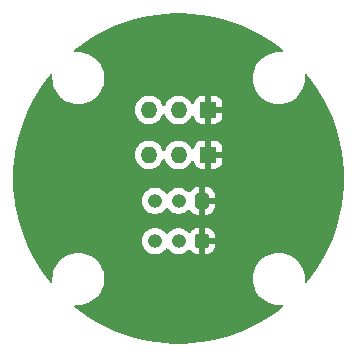
<source format=gbr>
%TF.GenerationSoftware,KiCad,Pcbnew,7.0.1*%
%TF.CreationDate,2024-02-10T23:36:13+09:00*%
%TF.ProjectId,connect,636f6e6e-6563-4742-9e6b-696361645f70,rev?*%
%TF.SameCoordinates,Original*%
%TF.FileFunction,Copper,L2,Bot*%
%TF.FilePolarity,Positive*%
%FSLAX46Y46*%
G04 Gerber Fmt 4.6, Leading zero omitted, Abs format (unit mm)*
G04 Created by KiCad (PCBNEW 7.0.1) date 2024-02-10 23:36:13*
%MOMM*%
%LPD*%
G01*
G04 APERTURE LIST*
G04 Aperture macros list*
%AMRoundRect*
0 Rectangle with rounded corners*
0 $1 Rounding radius*
0 $2 $3 $4 $5 $6 $7 $8 $9 X,Y pos of 4 corners*
0 Add a 4 corners polygon primitive as box body*
4,1,4,$2,$3,$4,$5,$6,$7,$8,$9,$2,$3,0*
0 Add four circle primitives for the rounded corners*
1,1,$1+$1,$2,$3*
1,1,$1+$1,$4,$5*
1,1,$1+$1,$6,$7*
1,1,$1+$1,$8,$9*
0 Add four rect primitives between the rounded corners*
20,1,$1+$1,$2,$3,$4,$5,0*
20,1,$1+$1,$4,$5,$6,$7,0*
20,1,$1+$1,$6,$7,$8,$9,0*
20,1,$1+$1,$8,$9,$2,$3,0*%
G04 Aperture macros list end*
%TA.AperFunction,ComponentPad*%
%ADD10RoundRect,0.205882X0.494118X0.494118X-0.494118X0.494118X-0.494118X-0.494118X0.494118X-0.494118X0*%
%TD*%
%TA.AperFunction,ComponentPad*%
%ADD11O,1.400000X1.400000*%
%TD*%
%TA.AperFunction,ComponentPad*%
%ADD12RoundRect,0.250000X0.350000X0.350000X-0.350000X0.350000X-0.350000X-0.350000X0.350000X-0.350000X0*%
%TD*%
%TA.AperFunction,ComponentPad*%
%ADD13O,1.200000X1.200000*%
%TD*%
%TA.AperFunction,ComponentPad*%
%ADD14RoundRect,0.250000X0.350000X0.400000X-0.350000X0.400000X-0.350000X-0.400000X0.350000X-0.400000X0*%
%TD*%
%TA.AperFunction,ViaPad*%
%ADD15C,0.800000*%
%TD*%
G04 APERTURE END LIST*
D10*
%TO.P,SERVO,1,Pin_1*%
%TO.N,GND*%
X2500000Y5800000D03*
D11*
%TO.P,SERVO,2,Pin_2*%
%TO.N,Net-(J3-Pin_2)*%
X0Y5800000D03*
%TO.P,SERVO,3,Pin_3*%
%TO.N,Net-(J3-Pin_3)*%
X-2500000Y5800000D03*
%TD*%
D12*
%TO.P,LED,1,Pin_1*%
%TO.N,GND*%
X2000000Y-5300000D03*
D13*
%TO.P,LED,2,Pin_2*%
%TO.N,Net-(J1-Pin_2)*%
X0Y-5300000D03*
%TO.P,LED,3,Pin_3*%
%TO.N,Net-(J1-Pin_3)*%
X-2000000Y-5300000D03*
%TD*%
D14*
%TO.P,J2,1,Pin_1*%
%TO.N,GND*%
X2000000Y-1900000D03*
D13*
%TO.P,J2,2,Pin_2*%
%TO.N,Net-(J1-Pin_2)*%
X0Y-1900000D03*
%TO.P,J2,3,Pin_3*%
%TO.N,Net-(J1-Pin_3)*%
X-2000000Y-1900000D03*
%TD*%
D10*
%TO.P,J4,1,Pin_1*%
%TO.N,GND*%
X2500000Y2000000D03*
D11*
%TO.P,J4,2,Pin_2*%
%TO.N,Net-(J3-Pin_2)*%
X0Y2000000D03*
%TO.P,J4,3,Pin_3*%
%TO.N,Net-(J3-Pin_3)*%
X-2500000Y2000000D03*
%TD*%
D15*
%TO.N,GND*%
X11000000Y-7500000D03*
X-11000000Y-7500000D03*
X-11000000Y7500000D03*
X1500000Y-3600000D03*
X-7500000Y11000000D03*
X1500000Y3900000D03*
X7500000Y11000000D03*
X7500000Y-11000000D03*
X11000000Y7500000D03*
X-7500000Y-11000000D03*
%TD*%
%TA.AperFunction,Conductor*%
%TO.N,GND*%
G36*
X375976Y13994363D02*
G01*
X1113656Y13955046D01*
X1120236Y13954520D01*
X1854820Y13875993D01*
X1861364Y13875116D01*
X2590686Y13757611D01*
X2597173Y13756388D01*
X3319227Y13600231D01*
X3325641Y13598664D01*
X4038357Y13404298D01*
X4044678Y13402392D01*
X4746032Y13170372D01*
X4752242Y13168133D01*
X5440271Y12899108D01*
X5446353Y12896541D01*
X6119077Y12591284D01*
X6125014Y12588397D01*
X6780532Y12247772D01*
X6786308Y12244573D01*
X7422791Y11869529D01*
X7428387Y11866027D01*
X8043991Y11457650D01*
X8049394Y11453855D01*
X8642385Y11013298D01*
X8647577Y11009222D01*
X8784370Y10895810D01*
X8820582Y10845842D01*
X8828223Y10784605D01*
X8805399Y10727268D01*
X8757765Y10688033D01*
X8697119Y10676618D01*
X8485281Y10690503D01*
X8197442Y10671637D01*
X8197437Y10671636D01*
X8197435Y10671636D01*
X8056956Y10643692D01*
X7914528Y10615362D01*
X7801742Y10577076D01*
X7641378Y10522640D01*
X7540686Y10472984D01*
X7382670Y10395059D01*
X7142827Y10234801D01*
X6925954Y10044608D01*
X6804307Y9905896D01*
X6735760Y9827734D01*
X6575502Y9587891D01*
X6447921Y9329183D01*
X6355199Y9056031D01*
X6298925Y8773126D01*
X6298925Y8773120D01*
X6280059Y8485281D01*
X6289002Y8348845D01*
X6298925Y8197435D01*
X6355199Y7914530D01*
X6447921Y7641378D01*
X6575502Y7382670D01*
X6735760Y7142827D01*
X6925954Y6925954D01*
X7142827Y6735760D01*
X7382670Y6575502D01*
X7641378Y6447921D01*
X7914530Y6355199D01*
X8197435Y6298925D01*
X8485281Y6280059D01*
X8773126Y6298925D01*
X9056031Y6355199D01*
X9329183Y6447921D01*
X9587891Y6575502D01*
X9827734Y6735760D01*
X9962396Y6853856D01*
X10044608Y6925954D01*
X10234801Y7142827D01*
X10395059Y7382670D01*
X10522640Y7641379D01*
X10615362Y7914528D01*
X10671637Y8197442D01*
X10690503Y8485281D01*
X10676640Y8696786D01*
X10688335Y8758030D01*
X10728359Y8805840D01*
X10786592Y8828127D01*
X10848309Y8819255D01*
X10897906Y8781468D01*
X11235512Y8351456D01*
X11239450Y8346156D01*
X11664087Y7741614D01*
X11667736Y7736113D01*
X12059571Y7109871D01*
X12062923Y7104183D01*
X12420884Y6457952D01*
X12423928Y6452094D01*
X12746988Y5787733D01*
X12749716Y5781721D01*
X13036956Y5101109D01*
X13039360Y5094961D01*
X13289975Y4400013D01*
X13292048Y4393745D01*
X13505314Y3686467D01*
X13507051Y3680097D01*
X13682373Y2962465D01*
X13683769Y2956013D01*
X13820651Y2230051D01*
X13821701Y2223533D01*
X13919751Y1491333D01*
X13920453Y1484768D01*
X13979395Y748368D01*
X13979746Y741776D01*
X13999412Y3301D01*
X13999412Y-3301D01*
X13979746Y-741776D01*
X13979395Y-748368D01*
X13920453Y-1484768D01*
X13919751Y-1491333D01*
X13821701Y-2223533D01*
X13820651Y-2230051D01*
X13683769Y-2956013D01*
X13682373Y-2962465D01*
X13507051Y-3680097D01*
X13505314Y-3686467D01*
X13292048Y-4393745D01*
X13289975Y-4400013D01*
X13039360Y-5094961D01*
X13036956Y-5101109D01*
X12749716Y-5781721D01*
X12746988Y-5787733D01*
X12423928Y-6452094D01*
X12420884Y-6457952D01*
X12062923Y-7104183D01*
X12059571Y-7109871D01*
X11667736Y-7736113D01*
X11664087Y-7741614D01*
X11239450Y-8346156D01*
X11235512Y-8351456D01*
X10897906Y-8781468D01*
X10848309Y-8819255D01*
X10786592Y-8828127D01*
X10728359Y-8805840D01*
X10688335Y-8758030D01*
X10676640Y-8696785D01*
X10690503Y-8485281D01*
X10671637Y-8197442D01*
X10615362Y-7914528D01*
X10522640Y-7641379D01*
X10395059Y-7382670D01*
X10234801Y-7142827D01*
X10044608Y-6925954D01*
X9827735Y-6735761D01*
X9787467Y-6708855D01*
X9587891Y-6575502D01*
X9329183Y-6447921D01*
X9056031Y-6355199D01*
X8773126Y-6298925D01*
X8485281Y-6280059D01*
X8197435Y-6298925D01*
X7914530Y-6355199D01*
X7641378Y-6447921D01*
X7382670Y-6575502D01*
X7142827Y-6735760D01*
X6925954Y-6925954D01*
X6735760Y-7142827D01*
X6575502Y-7382670D01*
X6447921Y-7641378D01*
X6355199Y-7914530D01*
X6298925Y-8197435D01*
X6288830Y-8351456D01*
X6280059Y-8485281D01*
X6282754Y-8526400D01*
X6298925Y-8773126D01*
X6355199Y-9056031D01*
X6447921Y-9329183D01*
X6575502Y-9587891D01*
X6575503Y-9587892D01*
X6735761Y-9827735D01*
X6925954Y-10044608D01*
X7142827Y-10234801D01*
X7382670Y-10395059D01*
X7641378Y-10522640D01*
X7732428Y-10553547D01*
X7914528Y-10615362D01*
X8056956Y-10643692D01*
X8197435Y-10671636D01*
X8197437Y-10671636D01*
X8197442Y-10671637D01*
X8485281Y-10690503D01*
X8697119Y-10676618D01*
X8757765Y-10688033D01*
X8805399Y-10727268D01*
X8828223Y-10784605D01*
X8820582Y-10845842D01*
X8784370Y-10895810D01*
X8685329Y-10977922D01*
X8647577Y-11009222D01*
X8642385Y-11013298D01*
X8049394Y-11453855D01*
X8043991Y-11457650D01*
X7428387Y-11866027D01*
X7422791Y-11869529D01*
X6786308Y-12244573D01*
X6780532Y-12247772D01*
X6125014Y-12588397D01*
X6119077Y-12591284D01*
X5446353Y-12896541D01*
X5440271Y-12899108D01*
X4752242Y-13168133D01*
X4746032Y-13170372D01*
X4044678Y-13402392D01*
X4038357Y-13404298D01*
X3325641Y-13598664D01*
X3319227Y-13600231D01*
X2597173Y-13756388D01*
X2590686Y-13757611D01*
X1861364Y-13875116D01*
X1854820Y-13875993D01*
X1120236Y-13954520D01*
X1113656Y-13955046D01*
X375976Y-13994363D01*
X369376Y-13994539D01*
X-369376Y-13994539D01*
X-375976Y-13994363D01*
X-1113656Y-13955046D01*
X-1120236Y-13954520D01*
X-1854820Y-13875993D01*
X-1861364Y-13875116D01*
X-2590686Y-13757611D01*
X-2597173Y-13756388D01*
X-3319227Y-13600231D01*
X-3325641Y-13598664D01*
X-4038357Y-13404298D01*
X-4044678Y-13402392D01*
X-4746032Y-13170372D01*
X-4752242Y-13168133D01*
X-5440271Y-12899108D01*
X-5446353Y-12896541D01*
X-6119077Y-12591284D01*
X-6125014Y-12588397D01*
X-6780532Y-12247772D01*
X-6786308Y-12244573D01*
X-7422791Y-11869529D01*
X-7428387Y-11866027D01*
X-8043991Y-11457650D01*
X-8049394Y-11453855D01*
X-8642385Y-11013298D01*
X-8647577Y-11009222D01*
X-8685329Y-10977922D01*
X-8784370Y-10895810D01*
X-8820582Y-10845842D01*
X-8828223Y-10784605D01*
X-8805399Y-10727268D01*
X-8757765Y-10688033D01*
X-8697119Y-10676618D01*
X-8485281Y-10690503D01*
X-8197442Y-10671637D01*
X-8197437Y-10671636D01*
X-8197435Y-10671636D01*
X-8056956Y-10643692D01*
X-7914528Y-10615362D01*
X-7732428Y-10553547D01*
X-7641378Y-10522640D01*
X-7382670Y-10395059D01*
X-7142827Y-10234801D01*
X-6925954Y-10044608D01*
X-6735761Y-9827735D01*
X-6575503Y-9587892D01*
X-6575502Y-9587891D01*
X-6447921Y-9329183D01*
X-6355199Y-9056031D01*
X-6298925Y-8773126D01*
X-6282754Y-8526400D01*
X-6280059Y-8485281D01*
X-6288830Y-8351456D01*
X-6298925Y-8197435D01*
X-6355199Y-7914530D01*
X-6447921Y-7641378D01*
X-6575502Y-7382670D01*
X-6735760Y-7142827D01*
X-6925954Y-6925954D01*
X-7142827Y-6735760D01*
X-7382670Y-6575502D01*
X-7641378Y-6447921D01*
X-7914530Y-6355199D01*
X-8197435Y-6298925D01*
X-8485281Y-6280059D01*
X-8773126Y-6298925D01*
X-9056031Y-6355199D01*
X-9329183Y-6447921D01*
X-9587891Y-6575502D01*
X-9787468Y-6708855D01*
X-9827735Y-6735761D01*
X-10044608Y-6925954D01*
X-10234801Y-7142827D01*
X-10395059Y-7382670D01*
X-10522640Y-7641379D01*
X-10615362Y-7914528D01*
X-10671637Y-8197442D01*
X-10690503Y-8485281D01*
X-10676640Y-8696785D01*
X-10688335Y-8758030D01*
X-10728359Y-8805840D01*
X-10786592Y-8828127D01*
X-10848309Y-8819255D01*
X-10897906Y-8781468D01*
X-11235512Y-8351456D01*
X-11239450Y-8346156D01*
X-11664087Y-7741614D01*
X-11667736Y-7736113D01*
X-12059571Y-7109871D01*
X-12062923Y-7104183D01*
X-12420884Y-6457952D01*
X-12423928Y-6452094D01*
X-12746988Y-5787733D01*
X-12749716Y-5781721D01*
X-12953018Y-5300000D01*
X-3105215Y-5300000D01*
X-3086397Y-5503083D01*
X-3030582Y-5699250D01*
X-3030219Y-5699979D01*
X-2939675Y-5881818D01*
X-2939673Y-5881819D01*
X-2939673Y-5881821D01*
X-2816764Y-6044579D01*
X-2666041Y-6181981D01*
X-2492637Y-6289348D01*
X-2302456Y-6363024D01*
X-2101976Y-6400500D01*
X-1898026Y-6400500D01*
X-1898024Y-6400500D01*
X-1697544Y-6363024D01*
X-1507363Y-6289348D01*
X-1507361Y-6289347D01*
X-1333958Y-6181981D01*
X-1183234Y-6044578D01*
X-1098954Y-5932972D01*
X-1055272Y-5896698D01*
X-1000000Y-5883698D01*
X-944728Y-5896698D01*
X-901046Y-5932972D01*
X-843388Y-6009323D01*
X-816764Y-6044579D01*
X-666041Y-6181981D01*
X-492637Y-6289348D01*
X-302456Y-6363024D01*
X-101976Y-6400500D01*
X101974Y-6400500D01*
X101976Y-6400500D01*
X302456Y-6363024D01*
X492637Y-6289348D01*
X666041Y-6181981D01*
X666041Y-6181980D01*
X825256Y-6036838D01*
X826169Y-6037840D01*
X861340Y-6009323D01*
X919820Y-5997726D01*
X976952Y-6014762D01*
X1019531Y-6056492D01*
X1057682Y-6118344D01*
X1181654Y-6242316D01*
X1330877Y-6334357D01*
X1497303Y-6389506D01*
X1600021Y-6400000D01*
X1750000Y-6400000D01*
X1750000Y-5550000D01*
X2250000Y-5550000D01*
X2250000Y-6399999D01*
X2399979Y-6399999D01*
X2502695Y-6389506D01*
X2669122Y-6334357D01*
X2818345Y-6242316D01*
X2942316Y-6118345D01*
X3034357Y-5969122D01*
X3089506Y-5802696D01*
X3100000Y-5699979D01*
X3100000Y-5550000D01*
X2250000Y-5550000D01*
X1750000Y-5550000D01*
X1750000Y-4200001D01*
X1600021Y-4200001D01*
X1497304Y-4210493D01*
X1330877Y-4265642D01*
X1181654Y-4357683D01*
X1057683Y-4481654D01*
X1019531Y-4543508D01*
X976954Y-4585237D01*
X919823Y-4602273D01*
X861345Y-4590679D01*
X826169Y-4562159D01*
X825256Y-4563162D01*
X666041Y-4418018D01*
X492638Y-4310652D01*
X302457Y-4236976D01*
X235629Y-4224484D01*
X104651Y-4200000D01*
X2250000Y-4200000D01*
X2250000Y-5050000D01*
X3099999Y-5050000D01*
X3099999Y-4900021D01*
X3089506Y-4797304D01*
X3034357Y-4630877D01*
X2942316Y-4481654D01*
X2818345Y-4357683D01*
X2669122Y-4265642D01*
X2502696Y-4210493D01*
X2399979Y-4200000D01*
X2250000Y-4200000D01*
X104651Y-4200000D01*
X101976Y-4199500D01*
X-101976Y-4199500D01*
X-235629Y-4224484D01*
X-302457Y-4236976D01*
X-492638Y-4310652D01*
X-666041Y-4418018D01*
X-816763Y-4555419D01*
X-901046Y-4667028D01*
X-944729Y-4703301D01*
X-1000000Y-4716301D01*
X-1055271Y-4703301D01*
X-1098954Y-4667028D01*
X-1183236Y-4555419D01*
X-1333958Y-4418018D01*
X-1507361Y-4310652D01*
X-1697542Y-4236976D01*
X-1797783Y-4218238D01*
X-1898024Y-4199500D01*
X-2101976Y-4199500D01*
X-2235629Y-4224484D01*
X-2302457Y-4236976D01*
X-2492638Y-4310652D01*
X-2666041Y-4418018D01*
X-2816763Y-4555419D01*
X-2939675Y-4718181D01*
X-3030581Y-4900748D01*
X-3086397Y-5096916D01*
X-3087992Y-5114138D01*
X-3105215Y-5300000D01*
X-12953018Y-5300000D01*
X-13036956Y-5101109D01*
X-13039360Y-5094961D01*
X-13289975Y-4400013D01*
X-13292048Y-4393745D01*
X-13505314Y-3686467D01*
X-13507051Y-3680097D01*
X-13682373Y-2962465D01*
X-13683769Y-2956013D01*
X-13820651Y-2230051D01*
X-13821701Y-2223533D01*
X-13865026Y-1900000D01*
X-3105215Y-1900000D01*
X-3086397Y-2103083D01*
X-3030582Y-2299250D01*
X-3025627Y-2309201D01*
X-2939675Y-2481818D01*
X-2939673Y-2481819D01*
X-2939673Y-2481821D01*
X-2816764Y-2644579D01*
X-2666041Y-2781981D01*
X-2492637Y-2889348D01*
X-2302456Y-2963024D01*
X-2101976Y-3000500D01*
X-1898026Y-3000500D01*
X-1898024Y-3000500D01*
X-1697544Y-2963024D01*
X-1507363Y-2889348D01*
X-1507361Y-2889347D01*
X-1333958Y-2781981D01*
X-1183234Y-2644578D01*
X-1098954Y-2532972D01*
X-1055272Y-2496698D01*
X-1000000Y-2483698D01*
X-944728Y-2496698D01*
X-901046Y-2532972D01*
X-822371Y-2637154D01*
X-816764Y-2644579D01*
X-666041Y-2781981D01*
X-492637Y-2889348D01*
X-302456Y-2963024D01*
X-101976Y-3000500D01*
X101974Y-3000500D01*
X101976Y-3000500D01*
X302456Y-2963024D01*
X492637Y-2889348D01*
X666041Y-2781981D01*
X811562Y-2649320D01*
X858471Y-2622492D01*
X912336Y-2618162D01*
X962929Y-2637154D01*
X1000639Y-2675861D01*
X1057684Y-2768346D01*
X1181654Y-2892316D01*
X1330877Y-2984357D01*
X1497303Y-3039506D01*
X1600021Y-3050000D01*
X1750000Y-3050000D01*
X1750000Y-2150000D01*
X2250000Y-2150000D01*
X2250000Y-3049999D01*
X2399979Y-3049999D01*
X2502695Y-3039506D01*
X2669122Y-2984357D01*
X2818345Y-2892316D01*
X2942316Y-2768345D01*
X3034357Y-2619122D01*
X3089506Y-2452696D01*
X3100000Y-2349979D01*
X3100000Y-2150000D01*
X2250000Y-2150000D01*
X1750000Y-2150000D01*
X1750000Y-750001D01*
X1600021Y-750001D01*
X1497304Y-760493D01*
X1330877Y-815642D01*
X1181654Y-907683D01*
X1057682Y-1031655D01*
X1000638Y-1124138D01*
X962928Y-1162845D01*
X912336Y-1181837D01*
X858471Y-1177507D01*
X811562Y-1150678D01*
X666041Y-1018018D01*
X492638Y-910652D01*
X302457Y-836976D01*
X235629Y-824484D01*
X101976Y-799500D01*
X-101976Y-799500D01*
X-235629Y-824484D01*
X-302457Y-836976D01*
X-492638Y-910652D01*
X-666041Y-1018018D01*
X-816763Y-1155419D01*
X-901046Y-1267028D01*
X-944729Y-1303301D01*
X-1000000Y-1316301D01*
X-1055271Y-1303301D01*
X-1098954Y-1267028D01*
X-1183236Y-1155419D01*
X-1333958Y-1018018D01*
X-1507361Y-910652D01*
X-1697542Y-836976D01*
X-1797783Y-818238D01*
X-1898024Y-799500D01*
X-2101976Y-799500D01*
X-2235629Y-824484D01*
X-2302457Y-836976D01*
X-2492638Y-910652D01*
X-2666041Y-1018018D01*
X-2816763Y-1155419D01*
X-2939675Y-1318181D01*
X-3000000Y-1439332D01*
X-3030582Y-1500750D01*
X-3086397Y-1696917D01*
X-3105215Y-1900000D01*
X-13865026Y-1900000D01*
X-13919751Y-1491333D01*
X-13920453Y-1484768D01*
X-13979264Y-750000D01*
X2250000Y-750000D01*
X2250000Y-1650000D01*
X3099999Y-1650000D01*
X3099999Y-1450021D01*
X3089506Y-1347304D01*
X3034357Y-1180877D01*
X2942316Y-1031654D01*
X2818345Y-907683D01*
X2669122Y-815642D01*
X2502696Y-760493D01*
X2399979Y-750000D01*
X2250000Y-750000D01*
X-13979264Y-750000D01*
X-13979395Y-748368D01*
X-13979746Y-741776D01*
X-13999412Y-3301D01*
X-13999412Y3301D01*
X-13979746Y741776D01*
X-13979395Y748368D01*
X-13920453Y1484768D01*
X-13919751Y1491333D01*
X-13851635Y2000000D01*
X-3705643Y2000000D01*
X-3685115Y1778464D01*
X-3685114Y1778462D01*
X-3624230Y1564473D01*
X-3525058Y1365311D01*
X-3390980Y1187762D01*
X-3226562Y1037875D01*
X-3037404Y920754D01*
X-3037401Y920753D01*
X-2829940Y840382D01*
X-2611243Y799500D01*
X-2388759Y799500D01*
X-2388757Y799500D01*
X-2170060Y840382D01*
X-2125979Y857459D01*
X-1962595Y920754D01*
X-1773437Y1037875D01*
X-1609019Y1187762D01*
X-1474941Y1365311D01*
X-1375770Y1564472D01*
X-1369266Y1587333D01*
X-1336867Y1641886D01*
X-1281724Y1673271D01*
X-1218276Y1673271D01*
X-1163133Y1641886D01*
X-1130734Y1587333D01*
X-1124229Y1564472D01*
X-1025058Y1365311D01*
X-890980Y1187762D01*
X-726562Y1037875D01*
X-537404Y920754D01*
X-537401Y920753D01*
X-329940Y840382D01*
X-111243Y799500D01*
X111241Y799500D01*
X111243Y799500D01*
X329940Y840382D01*
X537401Y920753D01*
X537404Y920754D01*
X726562Y1037875D01*
X890980Y1187762D01*
X1025060Y1365313D01*
X1069069Y1453696D01*
X1110977Y1501392D01*
X1170999Y1522093D01*
X1233399Y1510371D01*
X1281818Y1469300D01*
X1303560Y1409647D01*
X1306462Y1377709D01*
X1357460Y1214052D01*
X1446143Y1067352D01*
X1567352Y946143D01*
X1714053Y857459D01*
X1877707Y806463D01*
X1948832Y800000D01*
X2250000Y800000D01*
X2250000Y1750000D01*
X2750000Y1750000D01*
X2750000Y800001D01*
X3051171Y800001D01*
X3122290Y806462D01*
X3285947Y857460D01*
X3432647Y946143D01*
X3553856Y1067352D01*
X3642540Y1214053D01*
X3693536Y1377707D01*
X3700000Y1448832D01*
X3700000Y1750000D01*
X2750000Y1750000D01*
X2250000Y1750000D01*
X2250000Y3199999D01*
X1948829Y3199999D01*
X1877709Y3193537D01*
X1714052Y3142539D01*
X1567352Y3053856D01*
X1446143Y2932647D01*
X1357459Y2785946D01*
X1306463Y2622292D01*
X1303560Y2590350D01*
X1281817Y2530698D01*
X1233398Y2489627D01*
X1170998Y2477906D01*
X1110976Y2498607D01*
X1069070Y2546299D01*
X1025058Y2634689D01*
X890981Y2812236D01*
X726562Y2962124D01*
X537401Y3079247D01*
X329940Y3159618D01*
X113918Y3200000D01*
X2750000Y3200000D01*
X2750000Y2250000D01*
X3699999Y2250000D01*
X3699999Y2551171D01*
X3693537Y2622290D01*
X3642539Y2785947D01*
X3553856Y2932647D01*
X3432647Y3053856D01*
X3285946Y3142540D01*
X3122292Y3193536D01*
X3051168Y3200000D01*
X2750000Y3200000D01*
X113918Y3200000D01*
X111243Y3200500D01*
X-111243Y3200500D01*
X-329940Y3159618D01*
X-537401Y3079247D01*
X-726562Y2962124D01*
X-890981Y2812236D01*
X-1025058Y2634689D01*
X-1092819Y2498607D01*
X-1124230Y2435526D01*
X-1130734Y2412667D01*
X-1163133Y2358113D01*
X-1218275Y2326728D01*
X-1281725Y2326728D01*
X-1336867Y2358113D01*
X-1369266Y2412667D01*
X-1375769Y2435526D01*
X-1474941Y2634688D01*
X-1609019Y2812237D01*
X-1773437Y2962124D01*
X-1962595Y3079245D01*
X-1962597Y3079245D01*
X-1962599Y3079247D01*
X-2170060Y3159618D01*
X-2388757Y3200500D01*
X-2611243Y3200500D01*
X-2829940Y3159618D01*
X-3037401Y3079247D01*
X-3226562Y2962124D01*
X-3390981Y2812236D01*
X-3525058Y2634689D01*
X-3624229Y2435528D01*
X-3685115Y2221536D01*
X-3705643Y2000000D01*
X-13851635Y2000000D01*
X-13821701Y2223533D01*
X-13820651Y2230051D01*
X-13683769Y2956013D01*
X-13682373Y2962465D01*
X-13507051Y3680097D01*
X-13505314Y3686467D01*
X-13292048Y4393745D01*
X-13289975Y4400013D01*
X-13039360Y5094961D01*
X-13036956Y5101109D01*
X-12749716Y5781721D01*
X-12746988Y5787733D01*
X-12741023Y5800000D01*
X-3705643Y5800000D01*
X-3685115Y5578464D01*
X-3685114Y5578462D01*
X-3624230Y5364473D01*
X-3525058Y5165311D01*
X-3390980Y4987762D01*
X-3226562Y4837875D01*
X-3037404Y4720754D01*
X-3037401Y4720753D01*
X-2829940Y4640382D01*
X-2611243Y4599500D01*
X-2388759Y4599500D01*
X-2388757Y4599500D01*
X-2170060Y4640382D01*
X-2125979Y4657459D01*
X-1962595Y4720754D01*
X-1773437Y4837875D01*
X-1609019Y4987762D01*
X-1474941Y5165311D01*
X-1375770Y5364472D01*
X-1369266Y5387333D01*
X-1336867Y5441886D01*
X-1281724Y5473271D01*
X-1218276Y5473271D01*
X-1163133Y5441886D01*
X-1130734Y5387333D01*
X-1124229Y5364472D01*
X-1025058Y5165311D01*
X-890980Y4987762D01*
X-726562Y4837875D01*
X-537404Y4720754D01*
X-537401Y4720753D01*
X-329940Y4640382D01*
X-111243Y4599500D01*
X111241Y4599500D01*
X111243Y4599500D01*
X329940Y4640382D01*
X537401Y4720753D01*
X537404Y4720754D01*
X726562Y4837875D01*
X890980Y4987762D01*
X1025060Y5165313D01*
X1069069Y5253696D01*
X1110977Y5301392D01*
X1170999Y5322093D01*
X1233399Y5310371D01*
X1281818Y5269300D01*
X1303560Y5209647D01*
X1306462Y5177709D01*
X1357460Y5014052D01*
X1446143Y4867352D01*
X1567352Y4746143D01*
X1714053Y4657459D01*
X1877707Y4606463D01*
X1948832Y4600000D01*
X2250000Y4600000D01*
X2250000Y5550000D01*
X2750000Y5550000D01*
X2750000Y4600001D01*
X3051171Y4600001D01*
X3122290Y4606462D01*
X3285947Y4657460D01*
X3432647Y4746143D01*
X3553856Y4867352D01*
X3642540Y5014053D01*
X3693536Y5177707D01*
X3700000Y5248832D01*
X3700000Y5550000D01*
X2750000Y5550000D01*
X2250000Y5550000D01*
X2250000Y6999999D01*
X1948829Y6999999D01*
X1877709Y6993537D01*
X1714052Y6942539D01*
X1567352Y6853856D01*
X1446143Y6732647D01*
X1357459Y6585946D01*
X1306463Y6422292D01*
X1303560Y6390350D01*
X1281817Y6330698D01*
X1233398Y6289627D01*
X1170998Y6277906D01*
X1110976Y6298607D01*
X1069070Y6346299D01*
X1025058Y6434689D01*
X890981Y6612236D01*
X726562Y6762124D01*
X537401Y6879247D01*
X329940Y6959618D01*
X113918Y7000000D01*
X2750000Y7000000D01*
X2750000Y6050000D01*
X3699999Y6050000D01*
X3699999Y6351171D01*
X3693537Y6422290D01*
X3642539Y6585947D01*
X3553856Y6732647D01*
X3432647Y6853856D01*
X3285946Y6942540D01*
X3122292Y6993536D01*
X3051168Y7000000D01*
X2750000Y7000000D01*
X113918Y7000000D01*
X111243Y7000500D01*
X-111243Y7000500D01*
X-329940Y6959618D01*
X-537401Y6879247D01*
X-726562Y6762124D01*
X-890981Y6612236D01*
X-1025058Y6434689D01*
X-1092661Y6298925D01*
X-1124230Y6235526D01*
X-1130734Y6212667D01*
X-1163133Y6158113D01*
X-1218275Y6126728D01*
X-1281725Y6126728D01*
X-1336867Y6158113D01*
X-1369266Y6212667D01*
X-1375769Y6235526D01*
X-1474941Y6434688D01*
X-1609019Y6612237D01*
X-1773437Y6762124D01*
X-1962595Y6879245D01*
X-1962597Y6879245D01*
X-1962599Y6879247D01*
X-2170060Y6959618D01*
X-2388757Y7000500D01*
X-2611243Y7000500D01*
X-2829940Y6959618D01*
X-3037401Y6879247D01*
X-3226562Y6762124D01*
X-3390981Y6612236D01*
X-3525058Y6434689D01*
X-3624229Y6235528D01*
X-3685115Y6021536D01*
X-3705643Y5800000D01*
X-12741023Y5800000D01*
X-12423928Y6452094D01*
X-12420884Y6457952D01*
X-12062923Y7104183D01*
X-12059571Y7109871D01*
X-11667736Y7736113D01*
X-11664087Y7741614D01*
X-11239450Y8346156D01*
X-11235512Y8351456D01*
X-10897906Y8781468D01*
X-10848309Y8819255D01*
X-10786592Y8828127D01*
X-10728359Y8805840D01*
X-10688335Y8758030D01*
X-10676640Y8696786D01*
X-10690503Y8485281D01*
X-10671637Y8197442D01*
X-10615362Y7914528D01*
X-10522640Y7641379D01*
X-10395059Y7382670D01*
X-10234801Y7142827D01*
X-10044608Y6925954D01*
X-9962396Y6853856D01*
X-9827734Y6735760D01*
X-9587891Y6575502D01*
X-9329183Y6447921D01*
X-9056031Y6355199D01*
X-8773126Y6298925D01*
X-8485281Y6280059D01*
X-8197435Y6298925D01*
X-7914530Y6355199D01*
X-7641378Y6447921D01*
X-7382670Y6575502D01*
X-7142827Y6735760D01*
X-6925954Y6925954D01*
X-6735760Y7142827D01*
X-6575502Y7382670D01*
X-6447921Y7641378D01*
X-6355199Y7914530D01*
X-6298925Y8197435D01*
X-6289002Y8348845D01*
X-6280059Y8485281D01*
X-6298925Y8773120D01*
X-6298925Y8773126D01*
X-6355199Y9056031D01*
X-6447921Y9329183D01*
X-6575502Y9587891D01*
X-6735760Y9827734D01*
X-6804307Y9905896D01*
X-6925954Y10044608D01*
X-7142827Y10234801D01*
X-7382670Y10395059D01*
X-7540686Y10472984D01*
X-7641378Y10522640D01*
X-7801742Y10577076D01*
X-7914528Y10615362D01*
X-8056956Y10643692D01*
X-8197435Y10671636D01*
X-8197437Y10671636D01*
X-8197442Y10671637D01*
X-8485281Y10690503D01*
X-8697119Y10676618D01*
X-8757765Y10688033D01*
X-8805399Y10727268D01*
X-8828223Y10784605D01*
X-8820582Y10845842D01*
X-8784370Y10895810D01*
X-8647577Y11009222D01*
X-8642385Y11013298D01*
X-8049394Y11453855D01*
X-8043991Y11457650D01*
X-7428387Y11866027D01*
X-7422791Y11869529D01*
X-6786308Y12244573D01*
X-6780532Y12247772D01*
X-6125014Y12588397D01*
X-6119077Y12591284D01*
X-5446353Y12896541D01*
X-5440271Y12899108D01*
X-4752242Y13168133D01*
X-4746032Y13170372D01*
X-4044678Y13402392D01*
X-4038357Y13404298D01*
X-3325641Y13598664D01*
X-3319227Y13600231D01*
X-2597173Y13756388D01*
X-2590686Y13757611D01*
X-1861364Y13875116D01*
X-1854820Y13875993D01*
X-1120236Y13954520D01*
X-1113656Y13955046D01*
X-375976Y13994363D01*
X-369376Y13994539D01*
X369376Y13994539D01*
X375976Y13994363D01*
G37*
%TD.AperFunction*%
%TD*%
M02*

</source>
